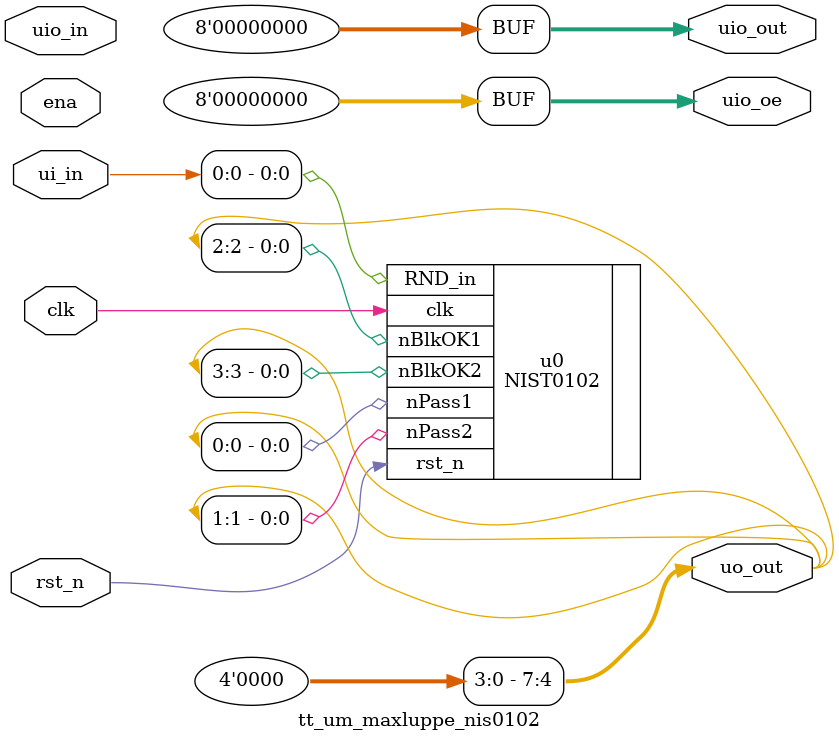
<source format=v>
/*
 * Copyright (c) 2024 Maximiliam Luppe
 * SPDX-License-Identifier: Apache-2.0
 */

`default_nettype none

module tt_um_maxluppe_nis0102 (
    input  wire [7:0] ui_in,    // Dedicated inputs
    output wire [7:0] uo_out,   // Dedicated outputs
    input  wire [7:0] uio_in,   // IOs: Input path
    output wire [7:0] uio_out,  // IOs: Output path
    output wire [7:0] uio_oe,   // IOs: Enable path (active high: 0=input, 1=output)
    input  wire       ena,      // always 1 when the design is powered, so you can ignore it
    input  wire       clk,      // clock
    input  wire       rst_n     // reset_n - low to reset
);

  // All output pins must be assigned. If not used, assign to 0.
assign uo_out[7:4]  = 0;
assign uio_out = 0;
assign uio_oe  = 0;

NIST0102 u0 (
    .clk(clk),
    .rst_n(rst_n),
    .RND_in(ui_in[0]),
    .nPass1(uo_out[0]),
    .nPass2(uo_out[1]),
    .nBlkOK1(uo_out[2]),
    .nBlkOK2(uo_out[3])
);

endmodule

</source>
